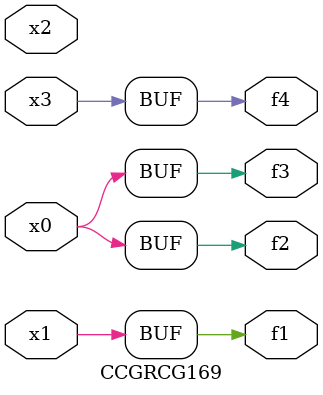
<source format=v>
module CCGRCG169(
	input x0, x1, x2, x3,
	output f1, f2, f3, f4
);
	assign f1 = x1;
	assign f2 = x0;
	assign f3 = x0;
	assign f4 = x3;
endmodule

</source>
